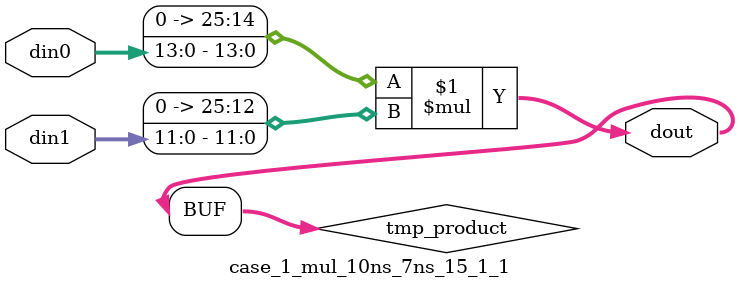
<source format=v>

`timescale 1 ns / 1 ps

 (* use_dsp = "no" *)  module case_1_mul_10ns_7ns_15_1_1(din0, din1, dout);
parameter ID = 1;
parameter NUM_STAGE = 0;
parameter din0_WIDTH = 14;
parameter din1_WIDTH = 12;
parameter dout_WIDTH = 26;

input [din0_WIDTH - 1 : 0] din0; 
input [din1_WIDTH - 1 : 0] din1; 
output [dout_WIDTH - 1 : 0] dout;

wire signed [dout_WIDTH - 1 : 0] tmp_product;
























assign tmp_product = $signed({1'b0, din0}) * $signed({1'b0, din1});











assign dout = tmp_product;





















endmodule

</source>
